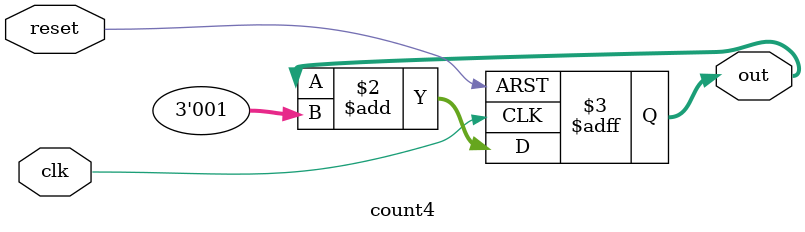
<source format=v>
module count4(clk,reset,out);
input clk,reset;
output reg[2:0]out;

always@(posedge clk or posedge reset)begin
	if(reset) out<=3'd0;
	else out <= out + 3'd1;
end
endmodule
</source>
